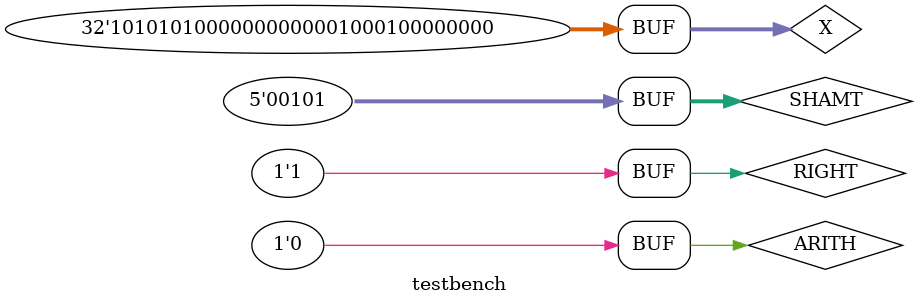
<source format=v>
module testbench;
    reg [0:31] X;
    reg [0:4] SHAMT;
    reg ARITH;
    reg RIGHT;
    wire [0:31] Z;

    shift SHIFT (.X(X), .shamt(SHAMT), .arith(ARITH), .right(RIGHT), .Z(Z));
    
    initial begin
        $monitor("x=%h shamt=%h arith=%h right=%h z=%h",X,SHAMT,ARITH,RIGHT,Z);

        #0 X = 32'haa001100; SHAMT=5'h0; ARITH=1'b0; RIGHT=1'b0;
        #1 X = 32'haa001100; SHAMT=5'h1; ARITH=1'b0; RIGHT=1'b0;
        #1 X = 32'haa001100; SHAMT=5'h2; ARITH=1'b0; RIGHT=1'b0;
        #1 X = 32'haa001100; SHAMT=5'h4; ARITH=1'b0; RIGHT=1'b0;
        #1 X = 32'haa001100; SHAMT=5'h8; ARITH=1'b0; RIGHT=1'b0;
        #1 X = 32'haa001100; SHAMT=5'h10; ARITH=1'b0; RIGHT=1'b0;
        
        #1 X = 32'hAABBCCDD; SHAMT=5'h0; ARITH=1'b1; RIGHT=1'b0;
        #1 X = 32'hAABBCCDD; SHAMT=5'h2; ARITH=1'b1; RIGHT=1'b0;
        #1 X = 32'haa001100; SHAMT=5'h4; ARITH=1'b1; RIGHT=1'b0;
        #1 X = 32'hAABBCCDD; SHAMT=5'h8; ARITH=1'b1; RIGHT=1'b0;
        #1 X = 32'haa001100; SHAMT=5'ha; ARITH=1'b1; RIGHT=1'b0;
        #1 X = 32'haa001100; SHAMT=5'h5; ARITH=1'b1; RIGHT=1'b0;

        #1 X = 32'haa001100; SHAMT=5'h0; ARITH=1'b1; RIGHT=1'b1;
        #1 X = 32'haa001100; SHAMT=5'h1; ARITH=1'b1; RIGHT=1'b1;
        #1 X = 32'haa001100; SHAMT=5'h2; ARITH=1'b1; RIGHT=1'b1;
        #1 X = 32'haa001100; SHAMT=5'h3; ARITH=1'b1; RIGHT=1'b1;
        #1 X = 32'haa001100; SHAMT=5'h4; ARITH=1'b1; RIGHT=1'b1;
        #1 X = 32'haa001100; SHAMT=5'h5; ARITH=1'b1; RIGHT=1'b1;
        
        #0 X = 32'haa001100; SHAMT=5'h0; ARITH=1'b0; RIGHT=1'b1;
        #1 X = 32'haa001100; SHAMT=5'h1; ARITH=1'b0; RIGHT=1'b1;
        #1 X = 32'haa001100; SHAMT=5'h2; ARITH=1'b0; RIGHT=1'b1;
        #1 X = 32'haa001100; SHAMT=5'h3; ARITH=1'b0; RIGHT=1'b1;
        #1 X = 32'haa001100; SHAMT=5'h4; ARITH=1'b0; RIGHT=1'b1;
        #1 X = 32'haa001100; SHAMT=5'h5; ARITH=1'b0; RIGHT=1'b1;
        


    end
endmodule // testbench
</source>
